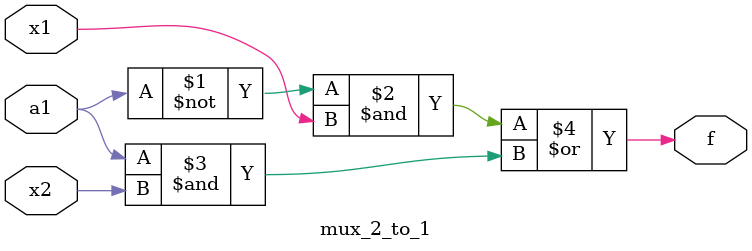
<source format=v>
module mux_2_to_1 (x1, x2, a1, f); 
	input x1, x2, a1;
	output f;
	
	assign f = (~a1 & x1) | (a1 & x2);
endmodule
</source>
